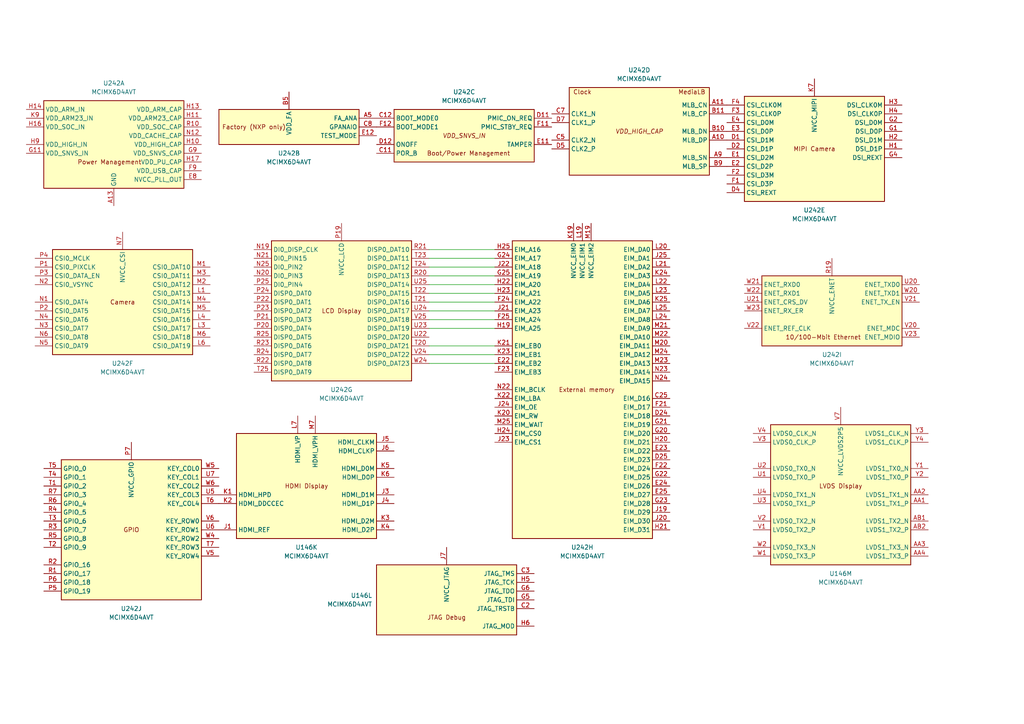
<source format=kicad_sch>
(kicad_sch (version 20250114) (generator "eeschema") (generator_version "9.0")
  (paper "A4")
  (wire (pts (xy 143.51 82.55) (xy 124.46 82.55)))
  (wire (pts (xy 143.51 74.93) (xy 124.46 74.93)))
  (wire (pts (xy 143.51 102.87) (xy 124.46 102.87)))
  (wire (pts (xy 143.51 80.01) (xy 124.46 80.01)))
  (wire (pts (xy 143.51 92.71) (xy 124.46 92.71)))
  (wire (pts (xy 143.51 72.39) (xy 124.46 72.39)))
  (wire (pts (xy 143.51 85.09) (xy 124.46 85.09)))
  (wire (pts (xy 143.51 105.41) (xy 124.46 105.41)))
  (wire (pts (xy 143.51 100.33) (xy 124.46 100.33)))
  (wire (pts (xy 143.51 90.17) (xy 124.46 90.17)))
  (wire (pts (xy 143.51 77.47) (xy 124.46 77.47)))
  (wire (pts (xy 143.51 87.63) (xy 124.46 87.63)))
  (wire (pts (xy 143.51 95.25) (xy 124.46 95.25)))
  (symbol (lib_id "CPU_NXP_IMX:MCIMX6D4AVT") (at 38.1 153.67 0) (unit 10)
    (property "Reference" "U242" (at 38.1 176.53 0))
    (property "Value" "MCIMX6D4AVT" (at 38.1 179.07 0))
    (property "Footprint" "Package_BGA:BGA-624_21x21mm_Layout25x25_P0.8mm" (effects (hide yes)))
    (property "Datasheet" "https://www.nxp.com/docs/en/data-sheet/IMX6DQAEC.pdf" (effects (hide yes)))
    (property "Description" "i.MX 6Dual Automotive and Infotainment Application Processor, BGA-624" (effects (hide yes)))
  )
  (symbol (lib_id "CPU_NXP_IMX:MCIMX6D4AVT") (at 35.56 87.63 0) (unit 6)
    (property "Reference" "U242" (at 35.56 105.41 0))
    (property "Value" "MCIMX6D4AVT" (at 35.56 107.95 0))
    (property "Footprint" "Package_BGA:BGA-624_21x21mm_Layout25x25_P0.8mm" (effects (hide yes)))
    (property "Datasheet" "https://www.nxp.com/docs/en/data-sheet/IMX6DQAEC.pdf" (effects (hide yes)))
    (property "Description" "i.MX 6Dual Automotive and Infotainment Application Processor, BGA-624" (effects (hide yes)))
  )
  (symbol (lib_id "CPU_NXP_IMX:MCIMX6D4AVT") (at 134.62 39.37 0) (unit 3)
    (property "Reference" "U242" (at 134.62 26.67 0))
    (property "Value" "MCIMX6D4AVT" (at 134.62 29.21 0))
    (property "Footprint" "Package_BGA:BGA-624_21x21mm_Layout25x25_P0.8mm" (effects (hide yes)))
    (property "Datasheet" "https://www.nxp.com/docs/en/data-sheet/IMX6DQAEC.pdf" (effects (hide yes)))
    (property "Description" "i.MX 6Dual Automotive and Infotainment Application Processor, BGA-624" (effects (hide yes)))
  )
  (symbol (lib_id "CPU_NXP_IMX:MCIMX6D4AVT") (at 99.06 90.17 0) (unit 7)
    (property "Reference" "U242" (at 99.06 113.03 0))
    (property "Value" "MCIMX6D4AVT" (at 99.06 115.57 0))
    (property "Footprint" "Package_BGA:BGA-624_21x21mm_Layout25x25_P0.8mm" (effects (hide yes)))
    (property "Datasheet" "https://www.nxp.com/docs/en/data-sheet/IMX6DQAEC.pdf" (effects (hide yes)))
    (property "Description" "i.MX 6Dual Automotive and Infotainment Application Processor, BGA-624" (effects (hide yes)))
  )
  (symbol (lib_id "CPU_NXP_IMX:MCIMX6D4AVT") (at 83.82 36.83 0) (unit 2)
    (property "Reference" "U242" (at 83.82 44.45 0))
    (property "Value" "MCIMX6D4AVT" (at 83.82 46.99 0))
    (property "Footprint" "Package_BGA:BGA-624_21x21mm_Layout25x25_P0.8mm" (effects (hide yes)))
    (property "Datasheet" "https://www.nxp.com/docs/en/data-sheet/IMX6DQAEC.pdf" (effects (hide yes)))
    (property "Description" "i.MX 6Dual Automotive and Infotainment Application Processor, BGA-624" (effects (hide yes)))
  )
  (symbol (lib_id "CPU_NXP_IMX:MCIMX6D4AVT") (at 88.9 140.97 0) (unit 11)
    (property "Reference" "U146" (at 88.9 158.75 0))
    (property "Value" "MCIMX6D4AVT" (at 88.9 161.29 0))
    (property "Footprint" "Package_BGA:BGA-624_21x21mm_Layout25x25_P0.8mm" (effects (hide yes)))
    (property "Datasheet" "https://www.nxp.com/docs/en/data-sheet/IMX6DQAEC.pdf" (effects (hide yes)))
    (property "Description" "i.MX 6Dual Automotive and Infotainment Application Processor, BGA-624" (effects (hide yes)))
  )
  (symbol (lib_id "CPU_NXP_IMX:MCIMX6D4AVT") (at 168.91 113.03 0) (unit 8)
    (property "Reference" "U242" (at 168.91 158.75 0))
    (property "Value" "MCIMX6D4AVT" (at 168.91 161.29 0))
    (property "Footprint" "Package_BGA:BGA-624_21x21mm_Layout25x25_P0.8mm" (effects (hide yes)))
    (property "Datasheet" "https://www.nxp.com/docs/en/data-sheet/IMX6DQAEC.pdf" (effects (hide yes)))
    (property "Description" "i.MX 6Dual Automotive and Infotainment Application Processor, BGA-624" (effects (hide yes)))
  )
  (symbol (lib_id "CPU_NXP_IMX:MCIMX6D4AVT") (at 33.02 41.91 0) (unit 1)
    (property "Reference" "U242" (at 33.02 24.13 0))
    (property "Value" "MCIMX6D4AVT" (at 33.02 26.67 0))
    (property "Footprint" "Package_BGA:BGA-624_21x21mm_Layout25x25_P0.8mm" (effects (hide yes)))
    (property "Datasheet" "https://www.nxp.com/docs/en/data-sheet/IMX6DQAEC.pdf" (effects (hide yes)))
    (property "Description" "i.MX 6Dual Automotive and Infotainment Application Processor, BGA-624" (effects (hide yes)))
  )
  (symbol (lib_id "CPU_NXP_IMX:MCIMX6D4AVT") (at 243.84 143.51 0) (unit 13)
    (property "Reference" "U146" (at 243.84 166.37 0))
    (property "Value" "MCIMX6D4AVT" (at 243.84 168.91 0))
    (property "Footprint" "Package_BGA:BGA-624_21x21mm_Layout25x25_P0.8mm" (effects (hide yes)))
    (property "Datasheet" "https://www.nxp.com/docs/en/data-sheet/IMX6DQAEC.pdf" (effects (hide yes)))
    (property "Description" "i.MX 6Dual Automotive and Infotainment Application Processor, BGA-624" (effects (hide yes)))
  )
  (symbol (lib_id "CPU_NXP_IMX:MCIMX6D4AVT") (at 129.54 173.99 0) (unit 12)
    (property "Reference" "U146" (at 107.95 172.7199 0) (effects (justify right)))
    (property "Value" "MCIMX6D4AVT" (at 107.95 175.2599 0) (effects (justify right)))
    (property "Footprint" "Package_BGA:BGA-624_21x21mm_Layout25x25_P0.8mm" (effects (hide yes)))
    (property "Datasheet" "https://www.nxp.com/docs/en/data-sheet/IMX6DQAEC.pdf" (effects (hide yes)))
    (property "Description" "i.MX 6Dual Automotive and Infotainment Application Processor, BGA-624" (effects (hide yes)))
  )
  (symbol (lib_id "CPU_NXP_IMX:MCIMX6D4AVT") (at 236.22 43.18 0) (unit 5)
    (property "Reference" "U242" (at 236.22 60.96 0))
    (property "Value" "MCIMX6D4AVT" (at 236.22 63.5 0))
    (property "Footprint" "Package_BGA:BGA-624_21x21mm_Layout25x25_P0.8mm" (effects (hide yes)))
    (property "Datasheet" "https://www.nxp.com/docs/en/data-sheet/IMX6DQAEC.pdf" (effects (hide yes)))
    (property "Description" "i.MX 6Dual Automotive and Infotainment Application Processor, BGA-624" (effects (hide yes)))
  )
  (symbol (lib_id "CPU_NXP_IMX:MCIMX6D4AVT") (at 241.3 90.17 0) (unit 9)
    (property "Reference" "U242" (at 241.3 102.87 0))
    (property "Value" "MCIMX6D4AVT" (at 241.3 105.41 0))
    (property "Footprint" "Package_BGA:BGA-624_21x21mm_Layout25x25_P0.8mm" (effects (hide yes)))
    (property "Datasheet" "https://www.nxp.com/docs/en/data-sheet/IMX6DQAEC.pdf" (effects (hide yes)))
    (property "Description" "i.MX 6Dual Automotive and Infotainment Application Processor, BGA-624" (effects (hide yes)))
  )
  (symbol (lib_id "CPU_NXP_IMX:MCIMX6D4AVT") (at 185.42 38.1 0) (unit 4)
    (property "Reference" "U242" (at 185.42 20.32 0))
    (property "Value" "MCIMX6D4AVT" (at 185.42 22.86 0))
    (property "Footprint" "Package_BGA:BGA-624_21x21mm_Layout25x25_P0.8mm" (effects (hide yes)))
    (property "Datasheet" "https://www.nxp.com/docs/en/data-sheet/IMX6DQAEC.pdf" (effects (hide yes)))
    (property "Description" "i.MX 6Dual Automotive and Infotainment Application Processor, BGA-624" (effects (hide yes)))
  )
)
</source>
